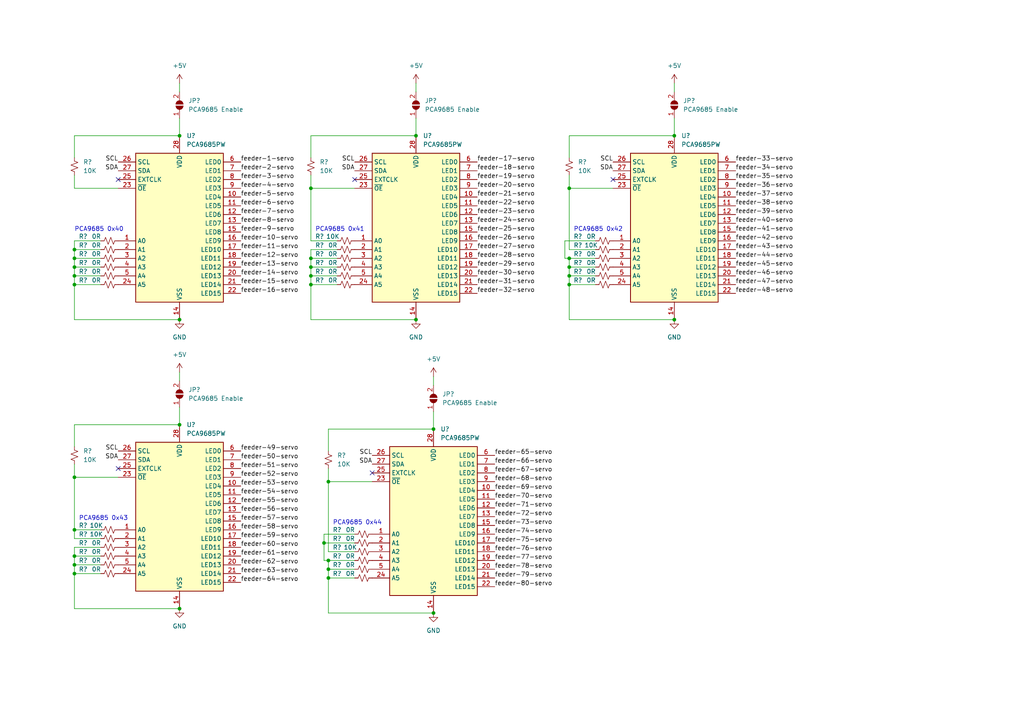
<source format=kicad_sch>
(kicad_sch (version 20211123) (generator eeschema)
  (paper "A4")
  (lib_symbols
    (symbol "Device:R_Small_US" (pin_numbers hide) (pin_names (offset 0.254) hide)
      (property "Reference" "R" (at 0.762 0.508 0))
      (property "Value" "R_Small_US" (at 0.762 -1.016 0))
      (symbol "R_Small_US_1_1"
        (polyline (pts (xy 0 0) (xy 1.016 -0.381) (xy 0 -0.762) (xy -1.016 -1.143) (xy 0 -1.524)))
        (polyline (pts (xy 0 1.524) (xy 1.016 1.143) (xy 0 0.762) (xy -1.016 0.381) (xy 0 0)))
        (pin passive line (at 0 2.54 270) (length 1.016) (name "~") (number "1"))
        (pin passive line (at 0 -2.54 90) (length 1.016) (name "~") (number "2"))
      )
    )
    (symbol "Driver_LED:PCA9685PW"
      (property "Reference" "U" (at -12.7 22.225 0))
      (property "Value" "PCA9685PW" (at 1.27 22.225 0))
      (symbol "PCA9685PW_0_1"
        (rectangle (start -12.7 20.32) (end 12.7 -22.86) (stroke (width 0.254)) (fill (type background)))
      )
      (symbol "PCA9685PW_1_1"
        (pin input line (at -17.78 -5.08 0) (length 5.08) (name "A0") (number "1"))
        (pin output line (at 17.78 7.62 180) (length 5.08) (name "LED4") (number "10"))
        (pin output line (at 17.78 5.08 180) (length 5.08) (name "LED5") (number "11"))
        (pin output line (at 17.78 2.54 180) (length 5.08) (name "LED6") (number "12"))
        (pin output line (at 17.78 0 180) (length 5.08) (name "LED7") (number "13"))
        (pin power_in line (at 0 -27.94 90) (length 5.08) (name "VSS") (number "14"))
        (pin output line (at 17.78 -2.54 180) (length 5.08) (name "LED8") (number "15"))
        (pin output line (at 17.78 -5.08 180) (length 5.08) (name "LED9") (number "16"))
        (pin output line (at 17.78 -7.62 180) (length 5.08) (name "LED10") (number "17"))
        (pin output line (at 17.78 -10.16 180) (length 5.08) (name "LED11") (number "18"))
        (pin output line (at 17.78 -12.7 180) (length 5.08) (name "LED12") (number "19"))
        (pin input line (at -17.78 -7.62 0) (length 5.08) (name "A1") (number "2"))
        (pin output line (at 17.78 -15.24 180) (length 5.08) (name "LED13") (number "20"))
        (pin output line (at 17.78 -17.78 180) (length 5.08) (name "LED14") (number "21"))
        (pin output line (at 17.78 -20.32 180) (length 5.08) (name "LED15") (number "22"))
        (pin input line (at -17.78 10.16 0) (length 5.08) (name "~{OE}") (number "23"))
        (pin input line (at -17.78 -17.78 0) (length 5.08) (name "A5") (number "24"))
        (pin input line (at -17.78 12.7 0) (length 5.08) (name "EXTCLK") (number "25"))
        (pin input line (at -17.78 17.78 0) (length 5.08) (name "SCL") (number "26"))
        (pin bidirectional line (at -17.78 15.24 0) (length 5.08) (name "SDA") (number "27"))
        (pin power_in line (at 0 25.4 270) (length 5.08) (name "VDD") (number "28"))
        (pin input line (at -17.78 -10.16 0) (length 5.08) (name "A2") (number "3"))
        (pin input line (at -17.78 -12.7 0) (length 5.08) (name "A3") (number "4"))
        (pin input line (at -17.78 -15.24 0) (length 5.08) (name "A4") (number "5"))
        (pin output line (at 17.78 17.78 180) (length 5.08) (name "LED0") (number "6"))
        (pin output line (at 17.78 15.24 180) (length 5.08) (name "LED1") (number "7"))
        (pin output line (at 17.78 12.7 180) (length 5.08) (name "LED2") (number "8"))
        (pin output line (at 17.78 10.16 180) (length 5.08) (name "LED3") (number "9"))
      )
    )
    (symbol "Jumper:SolderJumper_2_Open" (pin_names (offset 0) hide)
      (property "Reference" "JP" (at 0 2.032 0))
      (property "Value" "SolderJumper_2_Open" (at 0 -2.54 0))
      (symbol "SolderJumper_2_Open_0_1"
        (arc (start -0.254 1.016) (mid -1.27 0) (end -0.254 -1.016))
        (arc (start -0.254 1.016) (mid -1.27 0) (end -0.254 -1.016) (fill (type outline)))
        (polyline (pts (xy -0.254 1.016) (xy -0.254 -1.016)))
        (polyline (pts (xy 0.254 1.016) (xy 0.254 -1.016)))
        (arc (start 0.254 -1.016) (mid 1.27 0) (end 0.254 1.016))
        (arc (start 0.254 -1.016) (mid 1.27 0) (end 0.254 1.016) (fill (type outline)))
      )
      (symbol "SolderJumper_2_Open_1_1"
        (pin passive line (at -3.81 0 0) (length 2.54) (name "A") (number "1"))
        (pin passive line (at 3.81 0 180) (length 2.54) (name "B") (number "2"))
      )
    )
    (symbol "power:+5V" (power) (pin_names (offset 0))
      (property "Value" "+5V" (at 0 3.556 0))
      (symbol "+5V_0_1"
        (polyline (pts (xy -0.762 1.27) (xy 0 2.54)))
        (polyline (pts (xy 0 0) (xy 0 2.54)))
        (polyline (pts (xy 0 2.54) (xy 0.762 1.27)))
      )
      (symbol "+5V_1_1"
        (pin power_in line (at 0 0 90) (length 0) hide (name "+5V") (number "1"))
      )
    )
    (symbol "power:GND" (power) (pin_names (offset 0))
      (property "Value" "GND" (at 0 -3.81 0))
      (symbol "GND_0_1"
        (polyline (pts (xy 0 0) (xy 0 -1.27) (xy 1.27 -1.27) (xy 0 -2.54) (xy -1.27 -1.27) (xy 0 -1.27)))
      )
      (symbol "GND_1_1"
        (pin power_in line (at 0 0 270) (length 0) hide (name "GND") (number "1"))
      )
    )
  )
  (junction (at 52.07 123.19))
  (junction (at 120.65 39.37))
  (junction (at 120.65 92.71))
  (junction (at 93.98 157.48))
  (junction (at 21.59 82.55))
  (junction (at 21.59 74.93))
  (junction (at 165.1 82.55))
  (junction (at 165.1 74.93))
  (junction (at 90.17 80.01))
  (junction (at 125.73 177.8))
  (junction (at 52.07 92.71))
  (junction (at 95.25 139.7))
  (junction (at 125.73 124.46))
  (junction (at 21.59 72.39))
  (junction (at 52.07 39.37))
  (junction (at 95.25 162.56))
  (junction (at 90.17 82.55))
  (junction (at 21.59 163.83))
  (junction (at 90.17 77.47))
  (junction (at 21.59 166.37))
  (junction (at 165.1 80.01))
  (junction (at 90.17 54.61))
  (junction (at 165.1 54.61))
  (junction (at 21.59 80.01))
  (junction (at 52.07 176.53))
  (junction (at 195.58 39.37))
  (junction (at 195.58 92.71))
  (junction (at 95.25 165.1))
  (junction (at 21.59 153.67))
  (junction (at 90.17 74.93))
  (junction (at 165.1 77.47))
  (junction (at 21.59 77.47))
  (junction (at 21.59 138.43))
  (junction (at 95.25 167.64))
  (junction (at 21.59 161.29))
  (no_connect (at 34.29 135.89))
  (no_connect (at 107.95 137.16))
  (no_connect (at 177.8 52.07))
  (no_connect (at 34.29 52.07))
  (no_connect (at 102.87 52.07))
  (wire (pts (xy 93.98 157.48) (xy 93.98 162.56)))
  (wire (pts (xy 165.1 39.37) (xy 165.1 45.72)))
  (wire (pts (xy 52.07 107.95) (xy 52.07 110.49)))
  (wire (pts (xy 125.73 119.38) (xy 125.73 124.46)))
  (wire (pts (xy 21.59 166.37) (xy 29.21 166.37)))
  (wire (pts (xy 21.59 138.43) (xy 21.59 153.67)))
  (wire (pts (xy 95.25 167.64) (xy 102.87 167.64)))
  (wire (pts (xy 95.25 167.64) (xy 95.25 177.8)))
  (wire (pts (xy 165.1 82.55) (xy 165.1 92.71)))
  (wire (pts (xy 21.59 74.93) (xy 29.21 74.93)))
  (wire (pts (xy 21.59 82.55) (xy 21.59 92.71)))
  (wire (pts (xy 95.25 139.7) (xy 107.95 139.7)))
  (wire (pts (xy 52.07 118.11) (xy 52.07 123.19)))
  (wire (pts (xy 21.59 50.8) (xy 21.59 54.61)))
  (wire (pts (xy 90.17 82.55) (xy 90.17 92.71)))
  (wire (pts (xy 95.25 162.56) (xy 102.87 162.56)))
  (wire (pts (xy 125.73 109.22) (xy 125.73 111.76)))
  (wire (pts (xy 21.59 176.53) (xy 52.07 176.53)))
  (wire (pts (xy 95.25 160.02) (xy 102.87 160.02)))
  (wire (pts (xy 163.83 69.85) (xy 163.83 74.93)))
  (wire (pts (xy 165.1 74.93) (xy 172.72 74.93)))
  (wire (pts (xy 120.65 39.37) (xy 90.17 39.37)))
  (wire (pts (xy 90.17 77.47) (xy 90.17 80.01)))
  (wire (pts (xy 21.59 153.67) (xy 29.21 153.67)))
  (wire (pts (xy 52.07 24.13) (xy 52.07 26.67)))
  (wire (pts (xy 21.59 138.43) (xy 34.29 138.43)))
  (wire (pts (xy 21.59 82.55) (xy 29.21 82.55)))
  (wire (pts (xy 120.65 34.29) (xy 120.65 39.37)))
  (wire (pts (xy 90.17 80.01) (xy 97.79 80.01)))
  (wire (pts (xy 21.59 161.29) (xy 21.59 163.83)))
  (wire (pts (xy 21.59 92.71) (xy 52.07 92.71)))
  (wire (pts (xy 90.17 92.71) (xy 120.65 92.71)))
  (wire (pts (xy 165.1 92.71) (xy 195.58 92.71)))
  (wire (pts (xy 90.17 82.55) (xy 97.79 82.55)))
  (wire (pts (xy 97.79 72.39) (xy 90.17 72.39)))
  (wire (pts (xy 125.73 124.46) (xy 95.25 124.46)))
  (wire (pts (xy 90.17 74.93) (xy 90.17 77.47)))
  (wire (pts (xy 21.59 77.47) (xy 21.59 80.01)))
  (wire (pts (xy 90.17 50.8) (xy 90.17 54.61)))
  (wire (pts (xy 165.1 80.01) (xy 165.1 82.55)))
  (wire (pts (xy 21.59 166.37) (xy 21.59 176.53)))
  (wire (pts (xy 21.59 39.37) (xy 21.59 45.72)))
  (wire (pts (xy 21.59 163.83) (xy 21.59 166.37)))
  (wire (pts (xy 95.25 165.1) (xy 102.87 165.1)))
  (wire (pts (xy 165.1 74.93) (xy 165.1 77.47)))
  (wire (pts (xy 90.17 74.93) (xy 97.79 74.93)))
  (wire (pts (xy 21.59 72.39) (xy 29.21 72.39)))
  (wire (pts (xy 21.59 163.83) (xy 29.21 163.83)))
  (wire (pts (xy 172.72 69.85) (xy 163.83 69.85)))
  (wire (pts (xy 120.65 24.13) (xy 120.65 26.67)))
  (wire (pts (xy 165.1 54.61) (xy 165.1 72.39)))
  (wire (pts (xy 29.21 156.21) (xy 21.59 156.21)))
  (wire (pts (xy 52.07 123.19) (xy 21.59 123.19)))
  (wire (pts (xy 21.59 54.61) (xy 34.29 54.61)))
  (wire (pts (xy 21.59 123.19) (xy 21.59 129.54)))
  (wire (pts (xy 90.17 54.61) (xy 90.17 69.85)))
  (wire (pts (xy 21.59 72.39) (xy 21.59 74.93)))
  (wire (pts (xy 95.25 165.1) (xy 95.25 167.64)))
  (wire (pts (xy 172.72 72.39) (xy 165.1 72.39)))
  (wire (pts (xy 21.59 69.85) (xy 21.59 72.39)))
  (wire (pts (xy 95.25 135.89) (xy 95.25 139.7)))
  (wire (pts (xy 90.17 80.01) (xy 90.17 82.55)))
  (wire (pts (xy 102.87 157.48) (xy 93.98 157.48)))
  (wire (pts (xy 165.1 77.47) (xy 165.1 80.01)))
  (wire (pts (xy 95.25 177.8) (xy 125.73 177.8)))
  (wire (pts (xy 21.59 74.93) (xy 21.59 77.47)))
  (wire (pts (xy 95.25 162.56) (xy 95.25 165.1)))
  (wire (pts (xy 93.98 154.94) (xy 93.98 157.48)))
  (wire (pts (xy 21.59 134.62) (xy 21.59 138.43)))
  (wire (pts (xy 90.17 69.85) (xy 97.79 69.85)))
  (wire (pts (xy 90.17 54.61) (xy 102.87 54.61)))
  (wire (pts (xy 90.17 77.47) (xy 97.79 77.47)))
  (wire (pts (xy 165.1 77.47) (xy 172.72 77.47)))
  (wire (pts (xy 195.58 39.37) (xy 165.1 39.37)))
  (wire (pts (xy 165.1 82.55) (xy 172.72 82.55)))
  (wire (pts (xy 95.25 139.7) (xy 95.25 160.02)))
  (wire (pts (xy 52.07 39.37) (xy 21.59 39.37)))
  (wire (pts (xy 21.59 161.29) (xy 29.21 161.29)))
  (wire (pts (xy 21.59 80.01) (xy 21.59 82.55)))
  (wire (pts (xy 21.59 77.47) (xy 29.21 77.47)))
  (wire (pts (xy 90.17 72.39) (xy 90.17 74.93)))
  (wire (pts (xy 165.1 80.01) (xy 172.72 80.01)))
  (wire (pts (xy 21.59 80.01) (xy 29.21 80.01)))
  (wire (pts (xy 21.59 158.75) (xy 29.21 158.75)))
  (wire (pts (xy 102.87 154.94) (xy 93.98 154.94)))
  (wire (pts (xy 21.59 69.85) (xy 29.21 69.85)))
  (wire (pts (xy 21.59 158.75) (xy 21.59 161.29)))
  (wire (pts (xy 195.58 24.13) (xy 195.58 26.67)))
  (wire (pts (xy 93.98 162.56) (xy 95.25 162.56)))
  (wire (pts (xy 163.83 74.93) (xy 165.1 74.93)))
  (wire (pts (xy 165.1 54.61) (xy 177.8 54.61)))
  (wire (pts (xy 165.1 50.8) (xy 165.1 54.61)))
  (wire (pts (xy 21.59 153.67) (xy 21.59 156.21)))
  (wire (pts (xy 195.58 34.29) (xy 195.58 39.37)))
  (wire (pts (xy 52.07 34.29) (xy 52.07 39.37)))
  (wire (pts (xy 90.17 39.37) (xy 90.17 45.72)))
  (wire (pts (xy 95.25 124.46) (xy 95.25 130.81)))
  (text "PCA9685 0x44" (at 96.52 152.4 0) (effects (font (size 1.27 1.27)) (justify left bottom)))
  (text "PCA9685 0x41" (at 91.44 67.31 0) (effects (font (size 1.27 1.27)) (justify left bottom)))
  (text "PCA9685 0x40" (at 21.59 67.31 0) (effects (font (size 1.27 1.27)) (justify left bottom)))
  (text "PCA9685 0x42" (at 166.37 67.31 0) (effects (font (size 1.27 1.27)) (justify left bottom)))
  (text "PCA9685 0x43" (at 22.86 151.13 0) (effects (font (size 1.27 1.27)) (justify left bottom)))
  (label "SCL" (at 107.95 132.08 180))
  (label "SCL" (at 34.29 130.81 180))
  (label "feeder-56-servo" (at 69.85 148.59 0))
  (label "feeder-38-servo" (at 213.36 59.69 0))
  (label "SDA" (at 102.87 49.53 180))
  (label "feeder-51-servo" (at 69.85 135.89 0))
  (label "feeder-66-servo" (at 143.51 134.62 0))
  (label "feeder-62-servo" (at 69.85 163.83 0))
  (label "SCL" (at 177.8 46.99 180))
  (label "feeder-17-servo" (at 138.43 46.99 0))
  (label "feeder-42-servo" (at 213.36 69.85 0))
  (label "feeder-1-servo" (at 69.85 46.99 0))
  (label "feeder-52-servo" (at 69.85 138.43 0))
  (label "feeder-63-servo" (at 69.85 166.37 0))
  (label "feeder-34-servo" (at 213.36 49.53 0))
  (label "feeder-67-servo" (at 143.51 137.16 0))
  (label "feeder-11-servo" (at 69.85 72.39 0))
  (label "SDA" (at 107.95 134.62 180))
  (label "feeder-76-servo" (at 143.51 160.02 0))
  (label "feeder-29-servo" (at 138.43 77.47 0))
  (label "feeder-30-servo" (at 138.43 80.01 0))
  (label "feeder-46-servo" (at 213.36 80.01 0))
  (label "feeder-32-servo" (at 138.43 85.09 0))
  (label "feeder-61-servo" (at 69.85 161.29 0))
  (label "feeder-75-servo" (at 143.51 157.48 0))
  (label "feeder-73-servo" (at 143.51 152.4 0))
  (label "feeder-18-servo" (at 138.43 49.53 0))
  (label "SCL" (at 34.29 46.99 180))
  (label "feeder-53-servo" (at 69.85 140.97 0))
  (label "feeder-19-servo" (at 138.43 52.07 0))
  (label "SDA" (at 177.8 49.53 180))
  (label "feeder-64-servo" (at 69.85 168.91 0))
  (label "feeder-33-servo" (at 213.36 46.99 0))
  (label "feeder-48-servo" (at 213.36 85.09 0))
  (label "feeder-54-servo" (at 69.85 143.51 0))
  (label "feeder-27-servo" (at 138.43 72.39 0))
  (label "feeder-49-servo" (at 69.85 130.81 0))
  (label "feeder-74-servo" (at 143.51 154.94 0))
  (label "feeder-80-servo" (at 143.51 170.18 0))
  (label "feeder-47-servo" (at 213.36 82.55 0))
  (label "feeder-5-servo" (at 69.85 57.15 0))
  (label "feeder-43-servo" (at 213.36 72.39 0))
  (label "feeder-23-servo" (at 138.43 62.23 0))
  (label "feeder-20-servo" (at 138.43 54.61 0))
  (label "feeder-68-servo" (at 143.51 139.7 0))
  (label "feeder-55-servo" (at 69.85 146.05 0))
  (label "feeder-65-servo" (at 143.51 132.08 0))
  (label "feeder-72-servo" (at 143.51 149.86 0))
  (label "SDA" (at 34.29 49.53 180))
  (label "feeder-12-servo" (at 69.85 74.93 0))
  (label "SCL" (at 102.87 46.99 180))
  (label "feeder-57-servo" (at 69.85 151.13 0))
  (label "feeder-37-servo" (at 213.36 57.15 0))
  (label "feeder-41-servo" (at 213.36 67.31 0))
  (label "feeder-50-servo" (at 69.85 133.35 0))
  (label "feeder-36-servo" (at 213.36 54.61 0))
  (label "feeder-6-servo" (at 69.85 59.69 0))
  (label "feeder-79-servo" (at 143.51 167.64 0))
  (label "feeder-24-servo" (at 138.43 64.77 0))
  (label "feeder-77-servo" (at 143.51 162.56 0))
  (label "feeder-16-servo" (at 69.85 85.09 0))
  (label "feeder-69-servo" (at 143.51 142.24 0))
  (label "feeder-2-servo" (at 69.85 49.53 0))
  (label "feeder-3-servo" (at 69.85 52.07 0))
  (label "feeder-10-servo" (at 69.85 69.85 0))
  (label "feeder-35-servo" (at 213.36 52.07 0))
  (label "SDA" (at 34.29 133.35 180))
  (label "feeder-9-servo" (at 69.85 67.31 0))
  (label "feeder-26-servo" (at 138.43 69.85 0))
  (label "feeder-59-servo" (at 69.85 156.21 0))
  (label "feeder-40-servo" (at 213.36 64.77 0))
  (label "feeder-70-servo" (at 143.51 144.78 0))
  (label "feeder-22-servo" (at 138.43 59.69 0))
  (label "feeder-14-servo" (at 69.85 80.01 0))
  (label "feeder-60-servo" (at 69.85 158.75 0))
  (label "feeder-21-servo" (at 138.43 57.15 0))
  (label "feeder-13-servo" (at 69.85 77.47 0))
  (label "feeder-78-servo" (at 143.51 165.1 0))
  (label "feeder-39-servo" (at 213.36 62.23 0))
  (label "feeder-71-servo" (at 143.51 147.32 0))
  (label "feeder-45-servo" (at 213.36 77.47 0))
  (label "feeder-31-servo" (at 138.43 82.55 0))
  (label "feeder-8-servo" (at 69.85 64.77 0))
  (label "feeder-7-servo" (at 69.85 62.23 0))
  (label "feeder-15-servo" (at 69.85 82.55 0))
  (label "feeder-28-servo" (at 138.43 74.93 0))
  (label "feeder-44-servo" (at 213.36 74.93 0))
  (label "feeder-4-servo" (at 69.85 54.61 0))
  (label "feeder-58-servo" (at 69.85 153.67 0))
  (label "feeder-25-servo" (at 138.43 67.31 0))
  (symbol (lib_id "Device:R_Small_US") (at 165.1 48.26 0) (unit 1)
    (property "Reference" "R?" (at 167.64 46.9899 0) (effects (justify left)))
    (property "Value" "10K" (at 167.64 49.5299 0) (effects (justify left)))
    (property "Footprint" "Resistor_SMD:R_0603_1608Metric_Pad0.98x0.95mm_HandSolder" (effects hide))
  )
  (symbol (lib_id "Driver_LED:PCA9685PW") (at 125.73 149.86 0) (unit 1)
    (property "Reference" "U?" (at 127.7494 124.46 0) (effects (justify left)))
    (property "Value" "PCA9685PW" (at 127.7494 127 0) (effects (justify left)))
    (property "Footprint" "Package_SO:TSSOP-28_4.4x9.7mm_P0.65mm" (effects hide))
    (property "Datasheet" "http://www.nxp.com/documents/data_sheet/PCA9685.pdf" (effects hide))
  )
  (symbol (lib_id "Device:R_Small_US") (at 31.75 72.39 90) (unit 1)
    (property "Reference" "R?" (at 24.13 71.12 90))
    (property "Value" "0R" (at 27.94 71.12 90))
    (property "Footprint" "Resistor_SMD:R_0603_1608Metric_Pad0.98x0.95mm_HandSolder" (effects hide))
  )
  (symbol (lib_id "Device:R_Small_US") (at 21.59 48.26 0) (unit 1)
    (property "Reference" "R?" (at 24.13 46.9899 0) (effects (justify left)))
    (property "Value" "10K" (at 24.13 49.5299 0) (effects (justify left)))
    (property "Footprint" "Resistor_SMD:R_0603_1608Metric_Pad0.98x0.95mm_HandSolder" (effects hide))
  )
  (symbol (lib_id "Device:R_Small_US") (at 100.33 69.85 90) (unit 1)
    (property "Reference" "R?" (at 92.71 68.58 90))
    (property "Value" "10K" (at 96.52 68.58 90))
    (property "Footprint" "Resistor_SMD:R_0603_1608Metric_Pad0.98x0.95mm_HandSolder" (effects hide))
  )
  (symbol (lib_id "power:GND") (at 195.58 92.71 0) (unit 1)
    (property "Reference" "#PWR?" (effects hide))
    (property "Value" "GND" (at 195.58 97.79 0))
  )
  (symbol (lib_id "Jumper:SolderJumper_2_Open") (at 120.65 30.48 90) (unit 1)
    (property "Reference" "JP?" (at 123.19 29.2099 90) (effects (justify right)))
    (property "Value" "PCA9685 Enable" (at 123.19 31.7499 90) (effects (justify right)))
  )
  (symbol (lib_id "Device:R_Small_US") (at 31.75 69.85 90) (unit 1)
    (property "Reference" "R?" (at 24.13 68.58 90))
    (property "Value" "0R" (at 27.94 68.58 90))
    (property "Footprint" "Resistor_SMD:R_0603_1608Metric_Pad0.98x0.95mm_HandSolder" (effects hide))
  )
  (symbol (lib_id "Device:R_Small_US") (at 31.75 80.01 90) (unit 1)
    (property "Reference" "R?" (at 24.13 78.74 90))
    (property "Value" "0R" (at 27.94 78.74 90))
    (property "Footprint" "Resistor_SMD:R_0603_1608Metric_Pad0.98x0.95mm_HandSolder" (effects hide))
  )
  (symbol (lib_id "Device:R_Small_US") (at 90.17 48.26 0) (unit 1)
    (property "Reference" "R?" (at 92.71 46.9899 0) (effects (justify left)))
    (property "Value" "10K" (at 92.71 49.5299 0) (effects (justify left)))
    (property "Footprint" "Resistor_SMD:R_0603_1608Metric_Pad0.98x0.95mm_HandSolder" (effects hide))
  )
  (symbol (lib_id "Driver_LED:PCA9685PW") (at 52.07 64.77 0) (unit 1)
    (property "Reference" "U?" (at 54.0894 39.37 0) (effects (justify left)))
    (property "Value" "PCA9685PW" (at 54.0894 41.91 0) (effects (justify left)))
    (property "Footprint" "Package_SO:TSSOP-28_4.4x9.7mm_P0.65mm" (effects hide))
    (property "Datasheet" "http://www.nxp.com/documents/data_sheet/PCA9685.pdf" (effects hide))
  )
  (symbol (lib_id "Device:R_Small_US") (at 100.33 82.55 90) (unit 1)
    (property "Reference" "R?" (at 92.71 81.28 90))
    (property "Value" "0R" (at 96.52 81.28 90))
    (property "Footprint" "Resistor_SMD:R_0603_1608Metric_Pad0.98x0.95mm_HandSolder" (effects hide))
  )
  (symbol (lib_id "Device:R_Small_US") (at 31.75 82.55 90) (unit 1)
    (property "Reference" "R?" (at 24.13 81.28 90))
    (property "Value" "0R" (at 27.94 81.28 90))
    (property "Footprint" "Resistor_SMD:R_0603_1608Metric_Pad0.98x0.95mm_HandSolder" (effects hide))
  )
  (symbol (lib_id "power:GND") (at 52.07 92.71 0) (unit 1)
    (property "Reference" "#PWR?" (effects hide))
    (property "Value" "GND" (at 52.07 97.79 0))
  )
  (symbol (lib_id "power:+5V") (at 195.58 24.13 0) (unit 1)
    (property "Reference" "#PWR?" (effects hide))
    (property "Value" "+5V" (at 195.58 19.05 0))
  )
  (symbol (lib_id "Jumper:SolderJumper_2_Open") (at 52.07 30.48 90) (unit 1)
    (property "Reference" "JP?" (at 54.61 29.2099 90) (effects (justify right)))
    (property "Value" "PCA9685 Enable" (at 54.61 31.7499 90) (effects (justify right)))
  )
  (symbol (lib_id "Device:R_Small_US") (at 105.41 162.56 90) (unit 1)
    (property "Reference" "R?" (at 97.79 161.29 90))
    (property "Value" "0R" (at 101.6 161.29 90))
    (property "Footprint" "Resistor_SMD:R_0603_1608Metric_Pad0.98x0.95mm_HandSolder" (effects hide))
  )
  (symbol (lib_id "Driver_LED:PCA9685PW") (at 195.58 64.77 0) (unit 1)
    (property "Reference" "U?" (at 197.5994 39.37 0) (effects (justify left)))
    (property "Value" "PCA9685PW" (at 197.5994 41.91 0) (effects (justify left)))
    (property "Footprint" "Package_SO:TSSOP-28_4.4x9.7mm_P0.65mm" (effects hide))
    (property "Datasheet" "http://www.nxp.com/documents/data_sheet/PCA9685.pdf" (effects hide))
  )
  (symbol (lib_id "power:GND") (at 120.65 92.71 0) (unit 1)
    (property "Reference" "#PWR?" (effects hide))
    (property "Value" "GND" (at 120.65 97.79 0))
  )
  (symbol (lib_id "power:+5V") (at 52.07 24.13 0) (unit 1)
    (property "Reference" "#PWR?" (effects hide))
    (property "Value" "+5V" (at 52.07 19.05 0))
  )
  (symbol (lib_id "Device:R_Small_US") (at 31.75 77.47 90) (unit 1)
    (property "Reference" "R?" (at 24.13 76.2 90))
    (property "Value" "0R" (at 27.94 76.2 90))
    (property "Footprint" "Resistor_SMD:R_0603_1608Metric_Pad0.98x0.95mm_HandSolder" (effects hide))
  )
  (symbol (lib_id "Device:R_Small_US") (at 21.59 132.08 0) (unit 1)
    (property "Reference" "R?" (at 24.13 130.8099 0) (effects (justify left)))
    (property "Value" "10K" (at 24.13 133.3499 0) (effects (justify left)))
    (property "Footprint" "Resistor_SMD:R_0603_1608Metric_Pad0.98x0.95mm_HandSolder" (effects hide))
  )
  (symbol (lib_id "Device:R_Small_US") (at 175.26 80.01 90) (unit 1)
    (property "Reference" "R?" (at 167.64 78.74 90))
    (property "Value" "0R" (at 171.45 78.74 90))
    (property "Footprint" "Resistor_SMD:R_0603_1608Metric_Pad0.98x0.95mm_HandSolder" (effects hide))
  )
  (symbol (lib_id "Device:R_Small_US") (at 100.33 80.01 90) (unit 1)
    (property "Reference" "R?" (at 92.71 78.74 90))
    (property "Value" "0R" (at 96.52 78.74 90))
    (property "Footprint" "Resistor_SMD:R_0603_1608Metric_Pad0.98x0.95mm_HandSolder" (effects hide))
  )
  (symbol (lib_id "Driver_LED:PCA9685PW") (at 52.07 148.59 0) (unit 1)
    (property "Reference" "U?" (at 54.0894 123.19 0) (effects (justify left)))
    (property "Value" "PCA9685PW" (at 54.0894 125.73 0) (effects (justify left)))
    (property "Footprint" "Package_SO:TSSOP-28_4.4x9.7mm_P0.65mm" (effects hide))
    (property "Datasheet" "http://www.nxp.com/documents/data_sheet/PCA9685.pdf" (effects hide))
  )
  (symbol (lib_id "Device:R_Small_US") (at 105.41 157.48 90) (unit 1)
    (property "Reference" "R?" (at 97.79 156.21 90))
    (property "Value" "0R" (at 101.6 156.21 90))
    (property "Footprint" "Resistor_SMD:R_0603_1608Metric_Pad0.98x0.95mm_HandSolder" (effects hide))
  )
  (symbol (lib_id "Device:R_Small_US") (at 31.75 153.67 90) (unit 1)
    (property "Reference" "R?" (at 24.13 152.4 90))
    (property "Value" "10K" (at 27.94 152.4 90))
    (property "Footprint" "Resistor_SMD:R_0603_1608Metric_Pad0.98x0.95mm_HandSolder" (effects hide))
  )
  (symbol (lib_id "Device:R_Small_US") (at 105.41 167.64 90) (unit 1)
    (property "Reference" "R?" (at 97.79 166.37 90))
    (property "Value" "0R" (at 101.6 166.37 90))
    (property "Footprint" "Resistor_SMD:R_0603_1608Metric_Pad0.98x0.95mm_HandSolder" (effects hide))
  )
  (symbol (lib_id "Device:R_Small_US") (at 105.41 160.02 90) (unit 1)
    (property "Reference" "R?" (at 97.79 158.75 90))
    (property "Value" "10K" (at 101.6 158.75 90))
    (property "Footprint" "Resistor_SMD:R_0603_1608Metric_Pad0.98x0.95mm_HandSolder" (effects hide))
  )
  (symbol (lib_id "Device:R_Small_US") (at 31.75 163.83 90) (unit 1)
    (property "Reference" "R?" (at 24.13 162.56 90))
    (property "Value" "0R" (at 27.94 162.56 90))
    (property "Footprint" "Resistor_SMD:R_0603_1608Metric_Pad0.98x0.95mm_HandSolder" (effects hide))
  )
  (symbol (lib_id "power:+5V") (at 120.65 24.13 0) (unit 1)
    (property "Reference" "#PWR?" (effects hide))
    (property "Value" "+5V" (at 120.65 19.05 0))
  )
  (symbol (lib_id "Device:R_Small_US") (at 105.41 154.94 90) (unit 1)
    (property "Reference" "R?" (at 97.79 153.67 90))
    (property "Value" "0R" (at 101.6 153.67 90))
    (property "Footprint" "Resistor_SMD:R_0603_1608Metric_Pad0.98x0.95mm_HandSolder" (effects hide))
  )
  (symbol (lib_id "Device:R_Small_US") (at 175.26 82.55 90) (unit 1)
    (property "Reference" "R?" (at 167.64 81.28 90))
    (property "Value" "0R" (at 171.45 81.28 90))
    (property "Footprint" "Resistor_SMD:R_0603_1608Metric_Pad0.98x0.95mm_HandSolder" (effects hide))
  )
  (symbol (lib_id "Device:R_Small_US") (at 175.26 77.47 90) (unit 1)
    (property "Reference" "R?" (at 167.64 76.2 90))
    (property "Value" "0R" (at 171.45 76.2 90))
    (property "Footprint" "Resistor_SMD:R_0603_1608Metric_Pad0.98x0.95mm_HandSolder" (effects hide))
  )
  (symbol (lib_id "Jumper:SolderJumper_2_Open") (at 195.58 30.48 90) (unit 1)
    (property "Reference" "JP?" (at 198.12 29.2099 90) (effects (justify right)))
    (property "Value" "PCA9685 Enable" (at 198.12 31.7499 90) (effects (justify right)))
  )
  (symbol (lib_id "Device:R_Small_US") (at 100.33 72.39 90) (unit 1)
    (property "Reference" "R?" (at 92.71 71.12 90))
    (property "Value" "0R" (at 96.52 71.12 90))
    (property "Footprint" "Resistor_SMD:R_0603_1608Metric_Pad0.98x0.95mm_HandSolder" (effects hide))
  )
  (symbol (lib_id "Jumper:SolderJumper_2_Open") (at 125.73 115.57 90) (unit 1)
    (property "Reference" "JP?" (at 128.27 114.2999 90) (effects (justify right)))
    (property "Value" "PCA9685 Enable" (at 128.27 116.8399 90) (effects (justify right)))
  )
  (symbol (lib_id "power:+5V") (at 52.07 107.95 0) (unit 1)
    (property "Reference" "#PWR?" (effects hide))
    (property "Value" "+5V" (at 52.07 102.87 0))
  )
  (symbol (lib_id "Device:R_Small_US") (at 31.75 161.29 90) (unit 1)
    (property "Reference" "R?" (at 24.13 160.02 90))
    (property "Value" "0R" (at 27.94 160.02 90))
    (property "Footprint" "Resistor_SMD:R_0603_1608Metric_Pad0.98x0.95mm_HandSolder" (effects hide))
  )
  (symbol (lib_id "Device:R_Small_US") (at 31.75 158.75 90) (unit 1)
    (property "Reference" "R?" (at 24.13 157.48 90))
    (property "Value" "0R" (at 27.94 157.48 90))
    (property "Footprint" "Resistor_SMD:R_0603_1608Metric_Pad0.98x0.95mm_HandSolder" (effects hide))
  )
  (symbol (lib_id "Device:R_Small_US") (at 175.26 72.39 90) (unit 1)
    (property "Reference" "R?" (at 167.64 71.12 90))
    (property "Value" "10K" (at 171.45 71.12 90))
    (property "Footprint" "Resistor_SMD:R_0603_1608Metric_Pad0.98x0.95mm_HandSolder" (effects hide))
  )
  (symbol (lib_id "Device:R_Small_US") (at 100.33 74.93 90) (unit 1)
    (property "Reference" "R?" (at 92.71 73.66 90))
    (property "Value" "0R" (at 96.52 73.66 90))
    (property "Footprint" "Resistor_SMD:R_0603_1608Metric_Pad0.98x0.95mm_HandSolder" (effects hide))
  )
  (symbol (lib_id "Device:R_Small_US") (at 175.26 74.93 90) (unit 1)
    (property "Reference" "R?" (at 167.64 73.66 90))
    (property "Value" "0R" (at 171.45 73.66 90))
    (property "Footprint" "Resistor_SMD:R_0603_1608Metric_Pad0.98x0.95mm_HandSolder" (effects hide))
  )
  (symbol (lib_id "Device:R_Small_US") (at 31.75 156.21 90) (unit 1)
    (property "Reference" "R?" (at 24.13 154.94 90))
    (property "Value" "10K" (at 27.94 154.94 90))
    (property "Footprint" "Resistor_SMD:R_0603_1608Metric_Pad0.98x0.95mm_HandSolder" (effects hide))
  )
  (symbol (lib_id "power:GND") (at 125.73 177.8 0) (unit 1)
    (property "Reference" "#PWR?" (effects hide))
    (property "Value" "GND" (at 125.73 182.88 0))
  )
  (symbol (lib_id "power:+5V") (at 125.73 109.22 0) (unit 1)
    (property "Reference" "#PWR?" (effects hide))
    (property "Value" "+5V" (at 125.73 104.14 0))
  )
  (symbol (lib_id "Device:R_Small_US") (at 100.33 77.47 90) (unit 1)
    (property "Reference" "R?" (at 92.71 76.2 90))
    (property "Value" "0R" (at 96.52 76.2 90))
    (property "Footprint" "Resistor_SMD:R_0603_1608Metric_Pad0.98x0.95mm_HandSolder" (effects hide))
  )
  (symbol (lib_id "Device:R_Small_US") (at 31.75 166.37 90) (unit 1)
    (property "Reference" "R?" (at 24.13 165.1 90))
    (property "Value" "0R" (at 27.94 165.1 90))
    (property "Footprint" "Resistor_SMD:R_0603_1608Metric_Pad0.98x0.95mm_HandSolder" (effects hide))
  )
  (symbol (lib_id "power:GND") (at 52.07 176.53 0) (unit 1)
    (property "Reference" "#PWR?" (effects hide))
    (property "Value" "GND" (at 52.07 181.61 0))
  )
  (symbol (lib_id "Device:R_Small_US") (at 31.75 74.93 90) (unit 1)
    (property "Reference" "R?" (at 24.13 73.66 90))
    (property "Value" "0R" (at 27.94 73.66 90))
    (property "Footprint" "Resistor_SMD:R_0603_1608Metric_Pad0.98x0.95mm_HandSolder" (effects hide))
  )
  (symbol (lib_id "Device:R_Small_US") (at 95.25 133.35 0) (unit 1)
    (property "Reference" "R?" (at 97.79 132.0799 0) (effects (justify left)))
    (property "Value" "10K" (at 97.79 134.6199 0) (effects (justify left)))
    (property "Footprint" "Resistor_SMD:R_0603_1608Metric_Pad0.98x0.95mm_HandSolder" (effects hide))
  )
  (symbol (lib_id "Device:R_Small_US") (at 175.26 69.85 90) (unit 1)
    (property "Reference" "R?" (at 167.64 68.58 90))
    (property "Value" "0R" (at 171.45 68.58 90))
    (property "Footprint" "Resistor_SMD:R_0603_1608Metric_Pad0.98x0.95mm_HandSolder" (effects hide))
  )
  (symbol (lib_id "Device:R_Small_US") (at 105.41 165.1 90) (unit 1)
    (property "Reference" "R?" (at 97.79 163.83 90))
    (property "Value" "0R" (at 101.6 163.83 90))
    (property "Footprint" "Resistor_SMD:R_0603_1608Metric_Pad0.98x0.95mm_HandSolder" (effects hide))
  )
  (symbol (lib_id "Driver_LED:PCA9685PW") (at 120.65 64.77 0) (unit 1)
    (property "Reference" "U?" (at 122.6694 39.37 0) (effects (justify left)))
    (property "Value" "PCA9685PW" (at 122.6694 41.91 0) (effects (justify left)))
    (property "Footprint" "Package_SO:TSSOP-28_4.4x9.7mm_P0.65mm" (effects hide))
    (property "Datasheet" "http://www.nxp.com/documents/data_sheet/PCA9685.pdf" (effects hide))
  )
  (symbol (lib_id "Jumper:SolderJumper_2_Open") (at 52.07 114.3 90) (unit 1)
    (property "Reference" "JP?" (at 54.61 113.0299 90) (effects (justify right)))
    (property "Value" "PCA9685 Enable" (at 54.61 115.5699 90) (effects (justify right)))
  )
)
</source>
